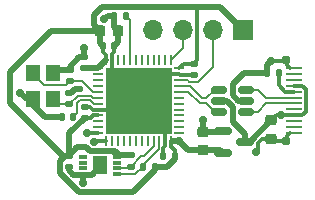
<source format=gbr>
%TF.GenerationSoftware,KiCad,Pcbnew,8.0.3*%
%TF.CreationDate,2024-07-16T16:20:44-05:00*%
%TF.ProjectId,kryptonite,6b727970-746f-46e6-9974-652e6b696361,rev?*%
%TF.SameCoordinates,PX813b7f0PY6643331*%
%TF.FileFunction,Copper,L1,Top*%
%TF.FilePolarity,Positive*%
%FSLAX46Y46*%
G04 Gerber Fmt 4.6, Leading zero omitted, Abs format (unit mm)*
G04 Created by KiCad (PCBNEW 8.0.3) date 2024-07-16 16:20:44*
%MOMM*%
%LPD*%
G01*
G04 APERTURE LIST*
G04 Aperture macros list*
%AMRoundRect*
0 Rectangle with rounded corners*
0 $1 Rounding radius*
0 $2 $3 $4 $5 $6 $7 $8 $9 X,Y pos of 4 corners*
0 Add a 4 corners polygon primitive as box body*
4,1,4,$2,$3,$4,$5,$6,$7,$8,$9,$2,$3,0*
0 Add four circle primitives for the rounded corners*
1,1,$1+$1,$2,$3*
1,1,$1+$1,$4,$5*
1,1,$1+$1,$6,$7*
1,1,$1+$1,$8,$9*
0 Add four rect primitives between the rounded corners*
20,1,$1+$1,$2,$3,$4,$5,0*
20,1,$1+$1,$4,$5,$6,$7,0*
20,1,$1+$1,$6,$7,$8,$9,0*
20,1,$1+$1,$8,$9,$2,$3,0*%
G04 Aperture macros list end*
%TA.AperFunction,SMDPad,CuDef*%
%ADD10RoundRect,0.062500X-0.375000X-0.062500X0.375000X-0.062500X0.375000X0.062500X-0.375000X0.062500X0*%
%TD*%
%TA.AperFunction,SMDPad,CuDef*%
%ADD11RoundRect,0.062500X-0.062500X-0.375000X0.062500X-0.375000X0.062500X0.375000X-0.062500X0.375000X0*%
%TD*%
%TA.AperFunction,HeatsinkPad*%
%ADD12R,5.600000X5.600000*%
%TD*%
%TA.AperFunction,SMDPad,CuDef*%
%ADD13RoundRect,0.225000X0.250000X-0.225000X0.250000X0.225000X-0.250000X0.225000X-0.250000X-0.225000X0*%
%TD*%
%TA.AperFunction,SMDPad,CuDef*%
%ADD14RoundRect,0.140000X0.140000X0.170000X-0.140000X0.170000X-0.140000X-0.170000X0.140000X-0.170000X0*%
%TD*%
%TA.AperFunction,SMDPad,CuDef*%
%ADD15RoundRect,0.140000X0.170000X-0.140000X0.170000X0.140000X-0.170000X0.140000X-0.170000X-0.140000X0*%
%TD*%
%TA.AperFunction,SMDPad,CuDef*%
%ADD16RoundRect,0.135000X-0.185000X0.135000X-0.185000X-0.135000X0.185000X-0.135000X0.185000X0.135000X0*%
%TD*%
%TA.AperFunction,SMDPad,CuDef*%
%ADD17R,1.200000X1.400000*%
%TD*%
%TA.AperFunction,SMDPad,CuDef*%
%ADD18RoundRect,0.140000X-0.170000X0.140000X-0.170000X-0.140000X0.170000X-0.140000X0.170000X0.140000X0*%
%TD*%
%TA.AperFunction,SMDPad,CuDef*%
%ADD19RoundRect,0.135000X-0.135000X-0.185000X0.135000X-0.185000X0.135000X0.185000X-0.135000X0.185000X0*%
%TD*%
%TA.AperFunction,SMDPad,CuDef*%
%ADD20RoundRect,0.135000X0.135000X0.185000X-0.135000X0.185000X-0.135000X-0.185000X0.135000X-0.185000X0*%
%TD*%
%TA.AperFunction,SMDPad,CuDef*%
%ADD21RoundRect,0.140000X-0.140000X-0.170000X0.140000X-0.170000X0.140000X0.170000X-0.140000X0.170000X0*%
%TD*%
%TA.AperFunction,SMDPad,CuDef*%
%ADD22R,0.750000X0.300000*%
%TD*%
%TA.AperFunction,SMDPad,CuDef*%
%ADD23R,1.300000X1.500000*%
%TD*%
%TA.AperFunction,SMDPad,CuDef*%
%ADD24RoundRect,0.225000X-0.250000X0.225000X-0.250000X-0.225000X0.250000X-0.225000X0.250000X0.225000X0*%
%TD*%
%TA.AperFunction,SMDPad,CuDef*%
%ADD25RoundRect,0.112000X0.238000X-0.238000X0.238000X0.238000X-0.238000X0.238000X-0.238000X-0.238000X0*%
%TD*%
%TA.AperFunction,SMDPad,CuDef*%
%ADD26RoundRect,0.055000X0.595000X-0.055000X0.595000X0.055000X-0.595000X0.055000X-0.595000X-0.055000X0*%
%TD*%
%TA.AperFunction,SMDPad,CuDef*%
%ADD27RoundRect,0.062500X0.587500X-0.062500X0.587500X0.062500X-0.587500X0.062500X-0.587500X-0.062500X0*%
%TD*%
%TA.AperFunction,SMDPad,CuDef*%
%ADD28RoundRect,0.150000X-0.587500X-0.150000X0.587500X-0.150000X0.587500X0.150000X-0.587500X0.150000X0*%
%TD*%
%TA.AperFunction,ComponentPad*%
%ADD29R,1.700000X1.700000*%
%TD*%
%TA.AperFunction,ComponentPad*%
%ADD30O,1.700000X1.700000*%
%TD*%
%TA.AperFunction,SMDPad,CuDef*%
%ADD31RoundRect,0.150000X0.512500X0.150000X-0.512500X0.150000X-0.512500X-0.150000X0.512500X-0.150000X0*%
%TD*%
%TA.AperFunction,SMDPad,CuDef*%
%ADD32RoundRect,0.225000X-0.225000X-0.250000X0.225000X-0.250000X0.225000X0.250000X-0.225000X0.250000X0*%
%TD*%
%TA.AperFunction,ViaPad*%
%ADD33C,0.700000*%
%TD*%
%TA.AperFunction,ViaPad*%
%ADD34C,0.600000*%
%TD*%
%TA.AperFunction,Conductor*%
%ADD35C,0.200000*%
%TD*%
%TA.AperFunction,Conductor*%
%ADD36C,0.500000*%
%TD*%
%TA.AperFunction,Conductor*%
%ADD37C,0.300000*%
%TD*%
G04 APERTURE END LIST*
D10*
%TO.P,U1,1,VBAT*%
%TO.N,+3V3*%
X8125000Y11290001D03*
%TO.P,U1,2,PC13*%
%TO.N,unconnected-(U1-PC13-Pad2)*%
X8125000Y10790001D03*
%TO.P,U1,3,PC14*%
%TO.N,unconnected-(U1-PC14-Pad3)*%
X8125000Y10290001D03*
%TO.P,U1,4,PC15*%
%TO.N,unconnected-(U1-PC15-Pad4)*%
X8125000Y9790001D03*
%TO.P,U1,5,PF0*%
%TO.N,/HSE_IN*%
X8125000Y9290001D03*
%TO.P,U1,6,PF1*%
%TO.N,/HSE_OUT*%
X8125000Y8790001D03*
%TO.P,U1,7,NRST*%
%TO.N,/NRST*%
X8125000Y8290001D03*
%TO.P,U1,8,VSSA*%
%TO.N,GND*%
X8125000Y7790001D03*
%TO.P,U1,9,VDDA*%
%TO.N,+3V3*%
X8125000Y7290001D03*
%TO.P,U1,10,PA0*%
%TO.N,unconnected-(U1-PA0-Pad10)*%
X8125000Y6790001D03*
%TO.P,U1,11,PA1*%
%TO.N,unconnected-(U1-PA1-Pad11)*%
X8125000Y6290001D03*
%TO.P,U1,12,PA2*%
%TO.N,/LED_A*%
X8125000Y5790001D03*
D11*
%TO.P,U1,13,PA3*%
%TO.N,/BTN*%
X8812500Y5102501D03*
%TO.P,U1,14,PA4*%
%TO.N,unconnected-(U1-PA4-Pad14)*%
X9312500Y5102501D03*
%TO.P,U1,15,PA5*%
%TO.N,unconnected-(U1-PA5-Pad15)*%
X9812500Y5102501D03*
%TO.P,U1,16,PA6*%
%TO.N,unconnected-(U1-PA6-Pad16)*%
X10312500Y5102501D03*
%TO.P,U1,17,PA7*%
%TO.N,unconnected-(U1-PA7-Pad17)*%
X10812500Y5102501D03*
%TO.P,U1,18,PB0*%
%TO.N,unconnected-(U1-PB0-Pad18)*%
X11312500Y5102501D03*
%TO.P,U1,19,PB1*%
%TO.N,unconnected-(U1-PB1-Pad19)*%
X11812500Y5102501D03*
%TO.P,U1,20,PB2*%
%TO.N,unconnected-(U1-PB2-Pad20)*%
X12312500Y5102501D03*
%TO.P,U1,21,PB10*%
%TO.N,/SCL*%
X12812500Y5102501D03*
%TO.P,U1,22,PB11*%
%TO.N,/SDA*%
X13312500Y5102501D03*
%TO.P,U1,23,VSS*%
%TO.N,GND*%
X13812500Y5102501D03*
%TO.P,U1,24,VDD*%
%TO.N,+3V3*%
X14312500Y5102501D03*
D10*
%TO.P,U1,25,PB12*%
%TO.N,unconnected-(U1-PB12-Pad25)*%
X15000000Y5790001D03*
%TO.P,U1,26,PB13*%
%TO.N,unconnected-(U1-PB13-Pad26)*%
X15000000Y6290001D03*
%TO.P,U1,27,PB14*%
%TO.N,unconnected-(U1-PB14-Pad27)*%
X15000000Y6790001D03*
%TO.P,U1,28,PB15*%
%TO.N,unconnected-(U1-PB15-Pad28)*%
X15000000Y7290001D03*
%TO.P,U1,29,PA8*%
%TO.N,unconnected-(U1-PA8-Pad29)*%
X15000000Y7790001D03*
%TO.P,U1,30,PA9*%
%TO.N,unconnected-(U1-PA9-Pad30)*%
X15000000Y8290001D03*
%TO.P,U1,31,PA10*%
%TO.N,unconnected-(U1-PA10-Pad31)*%
X15000000Y8790001D03*
%TO.P,U1,32,PA11*%
%TO.N,USB_D-*%
X15000000Y9290001D03*
%TO.P,U1,33,PA12*%
%TO.N,USB_D+*%
X15000000Y9790001D03*
%TO.P,U1,34,PA13*%
%TO.N,/SWDIO*%
X15000000Y10290001D03*
%TO.P,U1,35,VSS*%
%TO.N,GND*%
X15000000Y10790001D03*
%TO.P,U1,36,VDDIO2*%
%TO.N,+3V3*%
X15000000Y11290001D03*
D11*
%TO.P,U1,37,PA14*%
%TO.N,/SWCLK*%
X14312500Y11977501D03*
%TO.P,U1,38,PA15*%
%TO.N,unconnected-(U1-PA15-Pad38)*%
X13812500Y11977501D03*
%TO.P,U1,39,PB3*%
%TO.N,unconnected-(U1-PB3-Pad39)*%
X13312500Y11977501D03*
%TO.P,U1,40,PB4*%
%TO.N,unconnected-(U1-PB4-Pad40)*%
X12812500Y11977501D03*
%TO.P,U1,41,PB5*%
%TO.N,unconnected-(U1-PB5-Pad41)*%
X12312500Y11977501D03*
%TO.P,U1,42,PB6*%
%TO.N,unconnected-(U1-PB6-Pad42)*%
X11812500Y11977501D03*
%TO.P,U1,43,PB7*%
%TO.N,unconnected-(U1-PB7-Pad43)*%
X11312500Y11977501D03*
%TO.P,U1,44,BOOT0*%
%TO.N,/BOOT0*%
X10812500Y11977501D03*
%TO.P,U1,45,PB8*%
%TO.N,unconnected-(U1-PB8-Pad45)*%
X10312500Y11977501D03*
%TO.P,U1,46,PB9*%
%TO.N,unconnected-(U1-PB9-Pad46)*%
X9812500Y11977501D03*
%TO.P,U1,47,VSS*%
%TO.N,GND*%
X9312500Y11977501D03*
%TO.P,U1,48,VDD*%
%TO.N,+3V3*%
X8812500Y11977501D03*
D12*
%TO.P,U1,49,VSS*%
%TO.N,GND*%
X11562500Y8540001D03*
%TD*%
D13*
%TO.P,C12,1*%
%TO.N,+3V3*%
X16985000Y4365001D03*
%TO.P,C12,2*%
%TO.N,GND*%
X16985000Y5915001D03*
%TD*%
D14*
%TO.P,C4,1*%
%TO.N,+3V3*%
X14600000Y3890001D03*
%TO.P,C4,2*%
%TO.N,GND*%
X13640000Y3890001D03*
%TD*%
D15*
%TO.P,C2,1*%
%TO.N,+3V3*%
X6960000Y11290001D03*
%TO.P,C2,2*%
%TO.N,GND*%
X6960000Y12250001D03*
%TD*%
D16*
%TO.P,R3,1*%
%TO.N,+3V3*%
X10880000Y3970001D03*
%TO.P,R3,2*%
%TO.N,/SCL*%
X10880000Y2950001D03*
%TD*%
D17*
%TO.P,Y1,1,1*%
%TO.N,/HSE_IN*%
X2610000Y10860001D03*
%TO.P,Y1,2,2*%
%TO.N,GND*%
X2610000Y8660001D03*
%TO.P,Y1,3,3*%
%TO.N,/HSE_OUT*%
X4310000Y8660001D03*
%TO.P,Y1,4,4*%
%TO.N,GND*%
X4310000Y10860001D03*
%TD*%
D18*
%TO.P,C10,1*%
%TO.N,+3V3*%
X5660000Y3890001D03*
%TO.P,C10,2*%
%TO.N,GND*%
X5660000Y2930001D03*
%TD*%
D19*
%TO.P,R4,1*%
%TO.N,GND*%
X22407500Y10870001D03*
%TO.P,R4,2*%
%TO.N,Net-(P1-CC)*%
X23427500Y10870001D03*
%TD*%
D20*
%TO.P,R2,1*%
%TO.N,+3V3*%
X12940000Y2960001D03*
%TO.P,R2,2*%
%TO.N,/SDA*%
X11920000Y2960001D03*
%TD*%
D21*
%TO.P,C7,1*%
%TO.N,GND*%
X5030000Y7150001D03*
%TO.P,C7,2*%
%TO.N,/NRST*%
X5990000Y7150001D03*
%TD*%
D22*
%TO.P,U2,1,NC*%
%TO.N,unconnected-(U2-NC-Pad1)*%
X6830000Y3810001D03*
%TO.P,U2,2,NC*%
%TO.N,unconnected-(U2-NC-Pad2)*%
X6830000Y3310001D03*
%TO.P,U2,3,NC*%
%TO.N,unconnected-(U2-NC-Pad3)*%
X6830000Y2810001D03*
%TO.P,U2,4,GND*%
%TO.N,GND*%
X6830000Y2310001D03*
%TO.P,U2,5,SDA*%
%TO.N,/SDA*%
X9730000Y2310001D03*
%TO.P,U2,6,SCL*%
%TO.N,/SCL*%
X9730000Y2810001D03*
%TO.P,U2,7,NC*%
%TO.N,unconnected-(U2-NC-Pad7)*%
X9730000Y3310001D03*
%TO.P,U2,8,VCC*%
%TO.N,+3V3*%
X9730000Y3810001D03*
D23*
%TO.P,U2,9,EP*%
%TO.N,GND*%
X8280000Y3060001D03*
%TD*%
D24*
%TO.P,C11,1*%
%TO.N,VBUS*%
X22800000Y6875001D03*
%TO.P,C11,2*%
%TO.N,GND*%
X22800000Y5325001D03*
%TD*%
D25*
%TO.P,P1,A1,GND*%
%TO.N,GND*%
X24037500Y5135001D03*
D26*
X24687500Y11310001D03*
D25*
X24037500Y11985001D03*
D27*
%TO.P,P1,A2,TX1+*%
%TO.N,unconnected-(P1-TX1+-PadA2)*%
X24687500Y10810001D03*
%TO.P,P1,A3,TX1-*%
%TO.N,unconnected-(P1-TX1--PadA3)*%
X24687500Y10310001D03*
%TO.P,P1,A4,VBUS*%
%TO.N,VBUS*%
X24687500Y9810001D03*
%TO.P,P1,A5,CC*%
%TO.N,Net-(P1-CC)*%
X24687500Y9310001D03*
%TO.P,P1,A6,D+*%
%TO.N,USB_CONN_D+*%
X24687500Y8810001D03*
%TO.P,P1,A7,D-*%
%TO.N,USB_CONN_D-*%
X24687500Y8310001D03*
%TO.P,P1,A8,SBU1*%
%TO.N,unconnected-(P1-SBU1-PadA8)*%
X24687500Y7810001D03*
%TO.P,P1,A9,VBUS*%
%TO.N,VBUS*%
X24687500Y7310001D03*
%TO.P,P1,A10,RX2-*%
%TO.N,unconnected-(P1-RX2--PadA10)*%
X24687500Y6810001D03*
%TO.P,P1,A11,RX2+*%
%TO.N,unconnected-(P1-RX2+-PadA11)*%
X24687500Y6310001D03*
D26*
%TO.P,P1,A12,GND*%
%TO.N,GND*%
X24687500Y5810001D03*
%TD*%
D28*
%TO.P,U3,1,GND*%
%TO.N,GND*%
X18710000Y5990001D03*
%TO.P,U3,2,VO*%
%TO.N,+3V3*%
X18710000Y4090001D03*
%TO.P,U3,3,VI*%
%TO.N,VBUS*%
X20585000Y5040001D03*
%TD*%
D15*
%TO.P,C8,1*%
%TO.N,/HSE_IN*%
X5710000Y10180001D03*
%TO.P,C8,2*%
%TO.N,GND*%
X5710000Y11140001D03*
%TD*%
D19*
%TO.P,R1,1*%
%TO.N,GND*%
X9500000Y15690001D03*
%TO.P,R1,2*%
%TO.N,/BOOT0*%
X10520000Y15690001D03*
%TD*%
D18*
%TO.P,C5,1*%
%TO.N,+3V3*%
X16210000Y11670001D03*
%TO.P,C5,2*%
%TO.N,GND*%
X16210000Y10710001D03*
%TD*%
D15*
%TO.P,C3,1*%
%TO.N,+3V3*%
X6970000Y7090001D03*
%TO.P,C3,2*%
%TO.N,GND*%
X6970000Y8050001D03*
%TD*%
%TO.P,C9,1*%
%TO.N,/HSE_OUT*%
X5690000Y8260001D03*
%TO.P,C9,2*%
%TO.N,GND*%
X5690000Y9220001D03*
%TD*%
D29*
%TO.P,J1,1,Pin_1*%
%TO.N,+3V3*%
X20390000Y14550001D03*
D30*
%TO.P,J1,2,Pin_2*%
%TO.N,/SWDIO*%
X17850000Y14550001D03*
%TO.P,J1,3,Pin_3*%
%TO.N,/SWCLK*%
X15310000Y14550001D03*
%TO.P,J1,4,Pin_4*%
%TO.N,GND*%
X12770000Y14550001D03*
%TD*%
D31*
%TO.P,U4,1,I/O1*%
%TO.N,USB_CONN_D-*%
X20647500Y7590001D03*
%TO.P,U4,2,GND*%
%TO.N,GND*%
X20647500Y8540001D03*
%TO.P,U4,3,I/O2*%
%TO.N,USB_CONN_D+*%
X20647500Y9490001D03*
%TO.P,U4,4,I/O2*%
%TO.N,USB_D+*%
X18372500Y9490001D03*
%TO.P,U4,5,VBUS*%
%TO.N,VBUS*%
X18372500Y8540001D03*
%TO.P,U4,6,I/O1*%
%TO.N,USB_D-*%
X18372500Y7590001D03*
%TD*%
D32*
%TO.P,C1,1*%
%TO.N,+3V3*%
X8250000Y14450001D03*
%TO.P,C1,2*%
%TO.N,GND*%
X9800000Y14450001D03*
%TD*%
D21*
%TO.P,C6,1*%
%TO.N,+3V3*%
X8540000Y13180001D03*
%TO.P,C6,2*%
%TO.N,GND*%
X9500000Y13180001D03*
%TD*%
D33*
%TO.N,+3V3*%
X15010000Y5100001D03*
%TO.N,GND*%
X22720000Y11890001D03*
X8650000Y15420001D03*
X21510000Y4230001D03*
D34*
X6571974Y9557001D03*
D33*
X1520000Y9200001D03*
X16985000Y6890001D03*
X6834498Y1614499D03*
X6960000Y13040001D03*
%TO.N,VBUS*%
X23590000Y7310001D03*
%TO.N,/LED_A*%
X7200000Y5790001D03*
%TO.N,/BTN*%
X7770000Y5080001D03*
%TD*%
D35*
%TO.N,/HSE_OUT*%
X7534249Y8957001D02*
X6387000Y8957001D01*
X6387000Y8957001D02*
X5690000Y8260001D01*
X7701249Y8790001D02*
X7534249Y8957001D01*
X5690000Y8260001D02*
X4710000Y8260001D01*
X8125000Y8790001D02*
X7701249Y8790001D01*
D36*
%TO.N,+3V3*%
X8250000Y13470001D02*
X8540000Y13180001D01*
X13979999Y2960001D02*
X14600000Y3580002D01*
X6960000Y11290001D02*
X7564220Y11290001D01*
X8785500Y11950501D02*
X8785500Y11977501D01*
D37*
X14315000Y5100001D02*
X14312500Y5102501D01*
D36*
X9380000Y4260001D02*
X9560000Y4260001D01*
D37*
X7505642Y7090001D02*
X6970000Y7090001D01*
X7705642Y7290001D02*
X7505642Y7090001D01*
D36*
X8457624Y16460001D02*
X7760000Y15762377D01*
D37*
X8540000Y13180001D02*
X8540000Y12700001D01*
D36*
X16520000Y16460001D02*
X8457624Y16460001D01*
D37*
X14312500Y4627501D02*
X14600000Y4340001D01*
X15380000Y11670001D02*
X16210000Y11670001D01*
D36*
X7440000Y4260001D02*
X9380000Y4260001D01*
D37*
X15007500Y5102501D02*
X15010000Y5100001D01*
X14600000Y4340001D02*
X14600000Y3890001D01*
D36*
X5660000Y3890001D02*
X5660000Y5774971D01*
X5177624Y3890001D02*
X700000Y8367625D01*
D37*
X16210000Y11670001D02*
X16510000Y11970001D01*
D36*
X9560000Y4260001D02*
X9850000Y3970001D01*
X7110000Y4590001D02*
X7440000Y4260001D01*
X15007500Y5102501D02*
X15745000Y4365001D01*
X5320000Y3890001D02*
X5660000Y3890001D01*
X18480000Y16460001D02*
X16520000Y16460001D01*
X20390000Y14550001D02*
X18480000Y16460001D01*
X16985000Y4365001D02*
X18435000Y4365001D01*
X12940000Y2960001D02*
X12940000Y2640002D01*
X4170000Y14450001D02*
X8250000Y14450001D01*
X7564220Y11290001D02*
X7566220Y11292001D01*
X8250000Y14450001D02*
X8250000Y13470001D01*
X5660000Y3890001D02*
X5177624Y3890001D01*
X700000Y10980001D02*
X4170000Y14450001D01*
D37*
X8812500Y12427501D02*
X8812500Y11977501D01*
D36*
X6360000Y4590001D02*
X7110000Y4590001D01*
X12940000Y2960001D02*
X13979999Y2960001D01*
X5660000Y5774971D02*
X6970000Y7084971D01*
X7760000Y15762377D02*
X7760000Y14940001D01*
D37*
X16510000Y11970001D02*
X16510000Y16450001D01*
D36*
X14600000Y3580002D02*
X14600000Y3890001D01*
D37*
X14312500Y5102501D02*
X14312500Y4627501D01*
D36*
X11089999Y790001D02*
X6527624Y790001D01*
X7566220Y11292001D02*
X8127000Y11292001D01*
X7760000Y14940001D02*
X8250000Y14450001D01*
X8127000Y11292001D02*
X8785500Y11950501D01*
X700000Y8367625D02*
X700000Y10980001D01*
X12940000Y2640002D02*
X11089999Y790001D01*
X15007500Y5102501D02*
X14339500Y5102501D01*
X18435000Y4365001D02*
X18710000Y4090001D01*
D37*
X8540000Y12700001D02*
X8812500Y12427501D01*
D36*
X4900000Y3470001D02*
X5320000Y3890001D01*
X5660000Y3890001D02*
X6360000Y4590001D01*
X9850000Y3970001D02*
X10880000Y3970001D01*
X16985000Y4365001D02*
X15745000Y4365001D01*
X9380000Y4260001D02*
X9730000Y3910001D01*
X4900000Y2417625D02*
X4900000Y3470001D01*
D37*
X15000000Y11290001D02*
X15380000Y11670001D01*
X8125000Y7290001D02*
X7705642Y7290001D01*
D36*
X6527624Y790001D02*
X4900000Y2417625D01*
D37*
%TO.N,GND*%
X24087500Y11602959D02*
X24346479Y11343980D01*
D36*
X6834498Y2283001D02*
X6830000Y2283001D01*
X9800000Y14450001D02*
X9800000Y13480001D01*
D37*
X24087500Y11985001D02*
X24087500Y11602959D01*
D36*
X9800000Y13480001D02*
X9500000Y13180001D01*
X5660000Y2650002D02*
X5660000Y2930001D01*
X19500000Y9920001D02*
X20450000Y10870001D01*
D37*
X8125000Y7790001D02*
X7705642Y7790001D01*
D36*
X5710000Y11420000D02*
X5710000Y11140001D01*
X6834498Y1614499D02*
X6834498Y2283001D01*
D37*
X7445642Y8050001D02*
X6970000Y8050001D01*
D36*
X1520000Y9200001D02*
X2060000Y8660001D01*
D37*
X21995290Y5325001D02*
X22800000Y5325001D01*
X8125000Y7790001D02*
X10812500Y7790001D01*
X16210000Y10710001D02*
X15080000Y10710001D01*
D36*
X3620000Y7150001D02*
X2610000Y8160001D01*
X18635000Y5915001D02*
X18710000Y5990001D01*
D37*
X9500000Y13180001D02*
X9500000Y12700001D01*
D36*
X6960000Y12250001D02*
X6540001Y12250001D01*
X20647500Y8540001D02*
X19985001Y8540001D01*
D37*
X7705642Y7790001D02*
X7445642Y8050001D01*
D36*
X6132030Y9557001D02*
X6571974Y9557001D01*
X8920000Y15690001D02*
X9500000Y15690001D01*
X22407500Y10870001D02*
X22407500Y11577501D01*
X2610000Y8160001D02*
X2610000Y8660001D01*
X5690000Y9220001D02*
X5795030Y9220001D01*
X19500000Y9025002D02*
X19500000Y9920001D01*
X6540001Y12250001D02*
X5710000Y11420000D01*
X9500000Y15690001D02*
X9500000Y14750001D01*
D37*
X21672500Y5002211D02*
X21995290Y5325001D01*
D36*
X6960000Y13040001D02*
X6960000Y12250001D01*
X9500000Y14750001D02*
X9800000Y14450001D01*
X20450000Y10870001D02*
X22407500Y10870001D01*
X8650000Y15420001D02*
X8920000Y15690001D01*
D37*
X22720000Y11890001D02*
X23992500Y11890001D01*
X24087500Y5517043D02*
X24346479Y5776022D01*
X13812500Y5102501D02*
X13812500Y6290001D01*
D36*
X8280000Y2981001D02*
X7582000Y2283001D01*
X5030000Y7150001D02*
X3620000Y7150001D01*
X19985001Y8540001D02*
X19500000Y9025002D01*
D37*
X24087500Y5135001D02*
X24087500Y5517043D01*
D36*
X5795030Y9220001D02*
X6132030Y9557001D01*
X4590000Y11140001D02*
X5710000Y11140001D01*
D37*
X21672500Y4392501D02*
X21672500Y5002211D01*
X24087500Y5135001D02*
X22990000Y5135001D01*
X9312500Y11977501D02*
X9312500Y10790001D01*
D36*
X2060000Y8660001D02*
X2610000Y8660001D01*
X16985000Y5915001D02*
X18635000Y5915001D01*
D37*
X13812500Y5102501D02*
X13812500Y4683143D01*
D36*
X6027001Y2283001D02*
X5660000Y2650002D01*
D37*
X13812500Y4683143D02*
X13640000Y4510643D01*
X9312500Y12512501D02*
X9312500Y11977501D01*
X9500000Y12700001D02*
X9312500Y12512501D01*
X15080000Y10710001D02*
X15000000Y10790001D01*
X21510000Y4230001D02*
X21672500Y4392501D01*
D36*
X22407500Y11577501D02*
X22720000Y11890001D01*
D37*
X15000000Y10790001D02*
X13812500Y10790001D01*
X13640000Y4510643D02*
X13640000Y3890001D01*
D36*
X16985000Y6890001D02*
X16985000Y5915001D01*
X7582000Y2283001D02*
X6027001Y2283001D01*
D35*
%TO.N,/BOOT0*%
X10520000Y15690001D02*
X10812500Y15397501D01*
X10812500Y15397501D02*
X10812500Y11977501D01*
%TO.N,USB_D-*%
X15746800Y9315001D02*
X16746800Y8315001D01*
X15681251Y9315001D02*
X15746800Y9315001D01*
X15000000Y9290001D02*
X15656251Y9290001D01*
X15656251Y9290001D02*
X15681251Y9315001D01*
X17285000Y8315001D02*
X18010000Y7590001D01*
X16746800Y8315001D02*
X17285000Y8315001D01*
%TO.N,/SCL*%
X11760000Y3830001D02*
X10880000Y2950001D01*
X12812500Y5102501D02*
X12812500Y4665002D01*
X10740000Y2810001D02*
X9730000Y2810001D01*
X12812500Y4665002D02*
X11977499Y3830001D01*
X11977499Y3830001D02*
X11760000Y3830001D01*
D37*
%TO.N,VBUS*%
X25687500Y7574905D02*
X25422596Y7310001D01*
D36*
X18372500Y8540001D02*
X19034999Y8540001D01*
D37*
X25422596Y7310001D02*
X24687500Y7310001D01*
X24687500Y7310001D02*
X23235000Y7310001D01*
D36*
X19535000Y8040000D02*
X19535000Y6755185D01*
D37*
X24687500Y9810001D02*
X25422596Y9810001D01*
D36*
X19034999Y8540001D02*
X19535000Y8040000D01*
X20965000Y5040001D02*
X22800000Y6875001D01*
X19535000Y6755185D02*
X20585000Y5705185D01*
D37*
X23235000Y7310001D02*
X22800000Y6875001D01*
X25687500Y9545097D02*
X25687500Y7574905D01*
X25422596Y9810001D02*
X25687500Y9545097D01*
D36*
X20585000Y5705185D02*
X20585000Y5040001D01*
D35*
%TO.N,/NRST*%
X6350000Y8366135D02*
X6350000Y7510001D01*
X7398801Y8630001D02*
X6613866Y8630001D01*
X8125000Y8290001D02*
X7738801Y8290001D01*
X6613866Y8630001D02*
X6350000Y8366135D01*
X6350000Y7510001D02*
X5990000Y7150001D01*
X7738801Y8290001D02*
X7398801Y8630001D01*
%TO.N,/HSE_IN*%
X8125000Y9290001D02*
X7687501Y9290001D01*
X7687501Y9290001D02*
X6797501Y10180001D01*
X5710000Y10180001D02*
X5390000Y9860001D01*
X5390000Y9860001D02*
X3550000Y9860001D01*
X3550000Y9860001D02*
X2610000Y10800001D01*
X6797501Y10180001D02*
X5710000Y10180001D01*
%TO.N,/SWCLK*%
X15310000Y12975001D02*
X14312500Y11977501D01*
X15310000Y14550001D02*
X15310000Y12975001D01*
%TO.N,USB_D+*%
X15681251Y9765001D02*
X15933200Y9765001D01*
X15933200Y9765001D02*
X16933200Y8765001D01*
X15000000Y9790001D02*
X15656251Y9790001D01*
X17285000Y8765001D02*
X18010000Y9490001D01*
X16933200Y8765001D02*
X17285000Y8765001D01*
X15656251Y9790001D02*
X15681251Y9765001D01*
D37*
%TO.N,/LED_A*%
X8125000Y5790001D02*
X7200000Y5790001D01*
D35*
%TO.N,/SWDIO*%
X15000000Y10290001D02*
X15693866Y10290001D01*
X15693866Y10290001D02*
X15853866Y10130001D01*
X15853866Y10130001D02*
X16566134Y10130001D01*
X17850000Y11413867D02*
X17850000Y14550001D01*
X16566134Y10130001D02*
X17850000Y11413867D01*
%TO.N,/SDA*%
X13312500Y5102501D02*
X13312500Y4716302D01*
X9730000Y2310001D02*
X11270000Y2310001D01*
X13263000Y4666802D02*
X13263000Y4449135D01*
X13312500Y4716302D02*
X13263000Y4666802D01*
X13263000Y4449135D02*
X11920000Y3106135D01*
X11270000Y2310001D02*
X11920000Y2960001D01*
D37*
%TO.N,Net-(P1-CC)*%
X24687500Y9310001D02*
X23952404Y9310001D01*
X23427500Y9834905D02*
X23427500Y10870001D01*
X23952404Y9310001D02*
X23427500Y9834905D01*
%TO.N,/BTN*%
X7792500Y5102501D02*
X8812500Y5102501D01*
X7770000Y5080001D02*
X7792500Y5102501D01*
D35*
%TO.N,USB_CONN_D+*%
X22366251Y8765001D02*
X24438059Y8765001D01*
X21641251Y9490001D02*
X22366251Y8765001D01*
X20647500Y9490001D02*
X21641251Y9490001D01*
%TO.N,USB_CONN_D-*%
X21641251Y7590001D02*
X22366251Y8315001D01*
X22366251Y8315001D02*
X24438059Y8315001D01*
X20647500Y7590001D02*
X21641251Y7590001D01*
%TD*%
M02*

</source>
